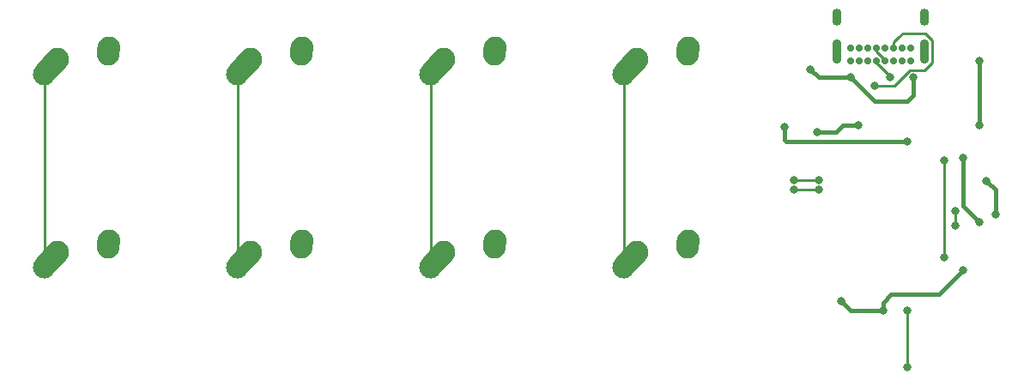
<source format=gtl>
G04 #@! TF.GenerationSoftware,KiCad,Pcbnew,(5.1.9)-1*
G04 #@! TF.CreationDate,2021-05-06T17:44:41-07:00*
G04 #@! TF.ProjectId,PCB,5043422e-6b69-4636-9164-5f7063625858,rev?*
G04 #@! TF.SameCoordinates,Original*
G04 #@! TF.FileFunction,Copper,L1,Top*
G04 #@! TF.FilePolarity,Positive*
%FSLAX46Y46*%
G04 Gerber Fmt 4.6, Leading zero omitted, Abs format (unit mm)*
G04 Created by KiCad (PCBNEW (5.1.9)-1) date 2021-05-06 17:44:41*
%MOMM*%
%LPD*%
G01*
G04 APERTURE LIST*
G04 #@! TA.AperFunction,ComponentPad*
%ADD10C,0.700000*%
G04 #@! TD*
G04 #@! TA.AperFunction,ComponentPad*
%ADD11O,0.900000X2.400000*%
G04 #@! TD*
G04 #@! TA.AperFunction,ComponentPad*
%ADD12O,0.900000X1.700000*%
G04 #@! TD*
G04 #@! TA.AperFunction,ComponentPad*
%ADD13C,2.250000*%
G04 #@! TD*
G04 #@! TA.AperFunction,ViaPad*
%ADD14C,0.800000*%
G04 #@! TD*
G04 #@! TA.AperFunction,Conductor*
%ADD15C,0.381000*%
G04 #@! TD*
G04 #@! TA.AperFunction,Conductor*
%ADD16C,0.254000*%
G04 #@! TD*
G04 APERTURE END LIST*
D10*
X206375000Y-74612500D03*
X207225000Y-74612500D03*
X208075000Y-74612500D03*
X208925000Y-74612500D03*
X209775000Y-74612500D03*
X210625000Y-74612500D03*
X211475000Y-74612500D03*
X212325000Y-74612500D03*
X207225000Y-73262500D03*
X208925000Y-73262500D03*
X208075000Y-73262500D03*
X206375000Y-73262500D03*
X210625000Y-73262500D03*
X211475000Y-73262500D03*
X212325000Y-73262500D03*
X209775000Y-73262500D03*
D11*
X205025000Y-73632500D03*
X213675000Y-73632500D03*
D12*
X205025000Y-70252500D03*
X213675000Y-70252500D03*
G04 #@! TA.AperFunction,ComponentPad*
G36*
G01*
X190217233Y-94091145D02*
X190216347Y-94091084D01*
G75*
G02*
X189171416Y-92891347I77403J1122334D01*
G01*
X189211416Y-92311347D01*
G75*
G02*
X190411153Y-91266416I1122334J-77403D01*
G01*
X190411153Y-91266416D01*
G75*
G02*
X191456084Y-92466153I-77403J-1122334D01*
G01*
X191416084Y-93046153D01*
G75*
G02*
X190216347Y-94091084I-1122334J77403D01*
G01*
G37*
G04 #@! TD.AperFunction*
D13*
X190333750Y-92388750D03*
G04 #@! TA.AperFunction,ComponentPad*
G36*
G01*
X183232438Y-95766100D02*
X183232433Y-95766095D01*
G75*
G02*
X183146405Y-94177433I751317J837345D01*
G01*
X184456407Y-92717433D01*
G75*
G02*
X186045069Y-92631405I837345J-751317D01*
G01*
X186045069Y-92631405D01*
G75*
G02*
X186131097Y-94220067I-751317J-837345D01*
G01*
X184821095Y-95680067D01*
G75*
G02*
X183232433Y-95766095I-837345J751317D01*
G01*
G37*
G04 #@! TD.AperFunction*
X185293750Y-93468750D03*
G04 #@! TA.AperFunction,ComponentPad*
G36*
G01*
X190217233Y-75041145D02*
X190216347Y-75041084D01*
G75*
G02*
X189171416Y-73841347I77403J1122334D01*
G01*
X189211416Y-73261347D01*
G75*
G02*
X190411153Y-72216416I1122334J-77403D01*
G01*
X190411153Y-72216416D01*
G75*
G02*
X191456084Y-73416153I-77403J-1122334D01*
G01*
X191416084Y-73996153D01*
G75*
G02*
X190216347Y-75041084I-1122334J77403D01*
G01*
G37*
G04 #@! TD.AperFunction*
X190333750Y-73338750D03*
G04 #@! TA.AperFunction,ComponentPad*
G36*
G01*
X183232438Y-76716100D02*
X183232433Y-76716095D01*
G75*
G02*
X183146405Y-75127433I751317J837345D01*
G01*
X184456407Y-73667433D01*
G75*
G02*
X186045069Y-73581405I837345J-751317D01*
G01*
X186045069Y-73581405D01*
G75*
G02*
X186131097Y-75170067I-751317J-837345D01*
G01*
X184821095Y-76630067D01*
G75*
G02*
X183232433Y-76716095I-837345J751317D01*
G01*
G37*
G04 #@! TD.AperFunction*
X185293750Y-74418750D03*
G04 #@! TA.AperFunction,ComponentPad*
G36*
G01*
X171167233Y-94091145D02*
X171166347Y-94091084D01*
G75*
G02*
X170121416Y-92891347I77403J1122334D01*
G01*
X170161416Y-92311347D01*
G75*
G02*
X171361153Y-91266416I1122334J-77403D01*
G01*
X171361153Y-91266416D01*
G75*
G02*
X172406084Y-92466153I-77403J-1122334D01*
G01*
X172366084Y-93046153D01*
G75*
G02*
X171166347Y-94091084I-1122334J77403D01*
G01*
G37*
G04 #@! TD.AperFunction*
X171283750Y-92388750D03*
G04 #@! TA.AperFunction,ComponentPad*
G36*
G01*
X164182438Y-95766100D02*
X164182433Y-95766095D01*
G75*
G02*
X164096405Y-94177433I751317J837345D01*
G01*
X165406407Y-92717433D01*
G75*
G02*
X166995069Y-92631405I837345J-751317D01*
G01*
X166995069Y-92631405D01*
G75*
G02*
X167081097Y-94220067I-751317J-837345D01*
G01*
X165771095Y-95680067D01*
G75*
G02*
X164182433Y-95766095I-837345J751317D01*
G01*
G37*
G04 #@! TD.AperFunction*
X166243750Y-93468750D03*
G04 #@! TA.AperFunction,ComponentPad*
G36*
G01*
X171167233Y-75041145D02*
X171166347Y-75041084D01*
G75*
G02*
X170121416Y-73841347I77403J1122334D01*
G01*
X170161416Y-73261347D01*
G75*
G02*
X171361153Y-72216416I1122334J-77403D01*
G01*
X171361153Y-72216416D01*
G75*
G02*
X172406084Y-73416153I-77403J-1122334D01*
G01*
X172366084Y-73996153D01*
G75*
G02*
X171166347Y-75041084I-1122334J77403D01*
G01*
G37*
G04 #@! TD.AperFunction*
X171283750Y-73338750D03*
G04 #@! TA.AperFunction,ComponentPad*
G36*
G01*
X164182438Y-76716100D02*
X164182433Y-76716095D01*
G75*
G02*
X164096405Y-75127433I751317J837345D01*
G01*
X165406407Y-73667433D01*
G75*
G02*
X166995069Y-73581405I837345J-751317D01*
G01*
X166995069Y-73581405D01*
G75*
G02*
X167081097Y-75170067I-751317J-837345D01*
G01*
X165771095Y-76630067D01*
G75*
G02*
X164182433Y-76716095I-837345J751317D01*
G01*
G37*
G04 #@! TD.AperFunction*
X166243750Y-74418750D03*
G04 #@! TA.AperFunction,ComponentPad*
G36*
G01*
X152117233Y-94091145D02*
X152116347Y-94091084D01*
G75*
G02*
X151071416Y-92891347I77403J1122334D01*
G01*
X151111416Y-92311347D01*
G75*
G02*
X152311153Y-91266416I1122334J-77403D01*
G01*
X152311153Y-91266416D01*
G75*
G02*
X153356084Y-92466153I-77403J-1122334D01*
G01*
X153316084Y-93046153D01*
G75*
G02*
X152116347Y-94091084I-1122334J77403D01*
G01*
G37*
G04 #@! TD.AperFunction*
X152233750Y-92388750D03*
G04 #@! TA.AperFunction,ComponentPad*
G36*
G01*
X145132438Y-95766100D02*
X145132433Y-95766095D01*
G75*
G02*
X145046405Y-94177433I751317J837345D01*
G01*
X146356407Y-92717433D01*
G75*
G02*
X147945069Y-92631405I837345J-751317D01*
G01*
X147945069Y-92631405D01*
G75*
G02*
X148031097Y-94220067I-751317J-837345D01*
G01*
X146721095Y-95680067D01*
G75*
G02*
X145132433Y-95766095I-837345J751317D01*
G01*
G37*
G04 #@! TD.AperFunction*
X147193750Y-93468750D03*
G04 #@! TA.AperFunction,ComponentPad*
G36*
G01*
X152117233Y-75041145D02*
X152116347Y-75041084D01*
G75*
G02*
X151071416Y-73841347I77403J1122334D01*
G01*
X151111416Y-73261347D01*
G75*
G02*
X152311153Y-72216416I1122334J-77403D01*
G01*
X152311153Y-72216416D01*
G75*
G02*
X153356084Y-73416153I-77403J-1122334D01*
G01*
X153316084Y-73996153D01*
G75*
G02*
X152116347Y-75041084I-1122334J77403D01*
G01*
G37*
G04 #@! TD.AperFunction*
X152233750Y-73338750D03*
G04 #@! TA.AperFunction,ComponentPad*
G36*
G01*
X145132438Y-76716100D02*
X145132433Y-76716095D01*
G75*
G02*
X145046405Y-75127433I751317J837345D01*
G01*
X146356407Y-73667433D01*
G75*
G02*
X147945069Y-73581405I837345J-751317D01*
G01*
X147945069Y-73581405D01*
G75*
G02*
X148031097Y-75170067I-751317J-837345D01*
G01*
X146721095Y-76630067D01*
G75*
G02*
X145132433Y-76716095I-837345J751317D01*
G01*
G37*
G04 #@! TD.AperFunction*
X147193750Y-74418750D03*
G04 #@! TA.AperFunction,ComponentPad*
G36*
G01*
X133067233Y-94091145D02*
X133066347Y-94091084D01*
G75*
G02*
X132021416Y-92891347I77403J1122334D01*
G01*
X132061416Y-92311347D01*
G75*
G02*
X133261153Y-91266416I1122334J-77403D01*
G01*
X133261153Y-91266416D01*
G75*
G02*
X134306084Y-92466153I-77403J-1122334D01*
G01*
X134266084Y-93046153D01*
G75*
G02*
X133066347Y-94091084I-1122334J77403D01*
G01*
G37*
G04 #@! TD.AperFunction*
X133183750Y-92388750D03*
G04 #@! TA.AperFunction,ComponentPad*
G36*
G01*
X126082438Y-95766100D02*
X126082433Y-95766095D01*
G75*
G02*
X125996405Y-94177433I751317J837345D01*
G01*
X127306407Y-92717433D01*
G75*
G02*
X128895069Y-92631405I837345J-751317D01*
G01*
X128895069Y-92631405D01*
G75*
G02*
X128981097Y-94220067I-751317J-837345D01*
G01*
X127671095Y-95680067D01*
G75*
G02*
X126082433Y-95766095I-837345J751317D01*
G01*
G37*
G04 #@! TD.AperFunction*
X128143750Y-93468750D03*
G04 #@! TA.AperFunction,ComponentPad*
G36*
G01*
X133067233Y-75041145D02*
X133066347Y-75041084D01*
G75*
G02*
X132021416Y-73841347I77403J1122334D01*
G01*
X132061416Y-73261347D01*
G75*
G02*
X133261153Y-72216416I1122334J-77403D01*
G01*
X133261153Y-72216416D01*
G75*
G02*
X134306084Y-73416153I-77403J-1122334D01*
G01*
X134266084Y-73996153D01*
G75*
G02*
X133066347Y-75041084I-1122334J77403D01*
G01*
G37*
G04 #@! TD.AperFunction*
X133183750Y-73338750D03*
G04 #@! TA.AperFunction,ComponentPad*
G36*
G01*
X126082438Y-76716100D02*
X126082433Y-76716095D01*
G75*
G02*
X125996405Y-75127433I751317J837345D01*
G01*
X127306407Y-73667433D01*
G75*
G02*
X128895069Y-73581405I837345J-751317D01*
G01*
X128895069Y-73581405D01*
G75*
G02*
X128981097Y-75170067I-751317J-837345D01*
G01*
X127671095Y-76630067D01*
G75*
G02*
X126082433Y-76716095I-837345J751317D01*
G01*
G37*
G04 #@! TD.AperFunction*
X128143750Y-74418750D03*
D14*
X203081250Y-81637500D03*
X207168750Y-80962500D03*
X219075000Y-74612500D03*
X220662500Y-89693750D03*
X219751558Y-86401558D03*
X219075000Y-80962500D03*
X217487500Y-84137500D03*
X199868750Y-81118750D03*
X217487500Y-95250000D03*
X219075000Y-90487500D03*
X205419157Y-98262907D03*
X209550000Y-99218750D03*
X211931250Y-82550000D03*
X211931250Y-104775000D03*
X211931250Y-99218750D03*
X200818750Y-86312497D03*
X203200000Y-86312497D03*
X206375000Y-76200000D03*
X202406250Y-75406250D03*
X212586444Y-76200000D03*
X200818750Y-87312500D03*
X203200000Y-87312500D03*
X210287987Y-76208335D03*
X216693750Y-90827000D03*
X216693750Y-89373000D03*
X215637500Y-93925000D03*
X215637500Y-84365750D03*
X208756250Y-76993750D03*
D15*
X204906250Y-81637500D02*
X205581250Y-80962500D01*
X205581250Y-80962500D02*
X207168750Y-80962500D01*
X204112500Y-81637500D02*
X204906250Y-81637500D01*
X203081250Y-81637500D02*
X204112500Y-81637500D01*
X220662500Y-89693750D02*
X220662500Y-87312500D01*
X220662500Y-87312500D02*
X219868750Y-86518750D01*
X219868750Y-86518750D02*
X219751558Y-86401558D01*
X219075000Y-80962500D02*
X219075000Y-74612500D01*
X217487500Y-84137500D02*
X217487500Y-88900000D01*
X217487500Y-88900000D02*
X219075000Y-90487500D01*
X206375000Y-99218750D02*
X205581250Y-98425000D01*
X205581250Y-98425000D02*
X205419157Y-98262907D01*
X215106250Y-97631250D02*
X217487500Y-95250000D01*
X210343750Y-97631250D02*
X215106250Y-97631250D01*
X209550000Y-98425000D02*
X210343750Y-97631250D01*
X209550000Y-99218750D02*
X209550000Y-98425000D01*
X209550000Y-99218750D02*
X206375000Y-99218750D01*
X199868750Y-81118750D02*
X199868750Y-82393750D01*
X199868750Y-82393750D02*
X200025000Y-82550000D01*
X200025000Y-82550000D02*
X211931250Y-82550000D01*
D16*
X211931250Y-104775000D02*
X211931250Y-102393750D01*
X211931250Y-102393750D02*
X211931250Y-99218750D01*
X200818750Y-86312497D02*
X202993747Y-86312497D01*
X202993747Y-86312497D02*
X203200000Y-86312497D01*
D15*
X206375000Y-76200000D02*
X203200000Y-76200000D01*
X203200000Y-76200000D02*
X202406250Y-75406250D01*
X212586444Y-76200000D02*
X212586444Y-77926056D01*
X212586444Y-77926056D02*
X211931250Y-78581250D01*
X211931250Y-78581250D02*
X208756250Y-78581250D01*
X208756250Y-78581250D02*
X206375000Y-76200000D01*
D16*
X126833750Y-75878750D02*
X126833750Y-94928750D01*
X200818750Y-87312500D02*
X203200000Y-87312500D01*
X145883750Y-75878750D02*
X145883750Y-94928750D01*
X164933750Y-75878750D02*
X164933750Y-94928750D01*
X183983750Y-75878750D02*
X183983750Y-94928750D01*
X208925000Y-73610538D02*
X209775000Y-74460538D01*
X209775000Y-74460538D02*
X209775000Y-74612500D01*
X208925000Y-73262500D02*
X208925000Y-73610538D01*
X208925000Y-74612500D02*
X208925000Y-74781250D01*
X208925000Y-74781250D02*
X210343750Y-76200000D01*
X216693750Y-90827000D02*
X216693750Y-89693750D01*
X216693750Y-89693750D02*
X216693750Y-89373000D01*
X215637500Y-93925000D02*
X215637500Y-84400000D01*
X215637500Y-84365750D02*
X215637500Y-84400000D01*
X214452010Y-74704348D02*
X213683359Y-75472999D01*
X214452010Y-72560652D02*
X214452010Y-74704348D01*
X213722609Y-71831251D02*
X214452010Y-72560652D01*
X211537499Y-71831251D02*
X213722609Y-71831251D01*
X211137500Y-72231250D02*
X211537499Y-71831251D01*
X210625000Y-73262500D02*
X210625000Y-72743750D01*
X210625000Y-72743750D02*
X211137500Y-72231250D01*
X212237483Y-75472999D02*
X210716732Y-76993750D01*
X213683359Y-75472999D02*
X212237483Y-75472999D01*
X210716732Y-76993750D02*
X208756250Y-76993750D01*
M02*

</source>
